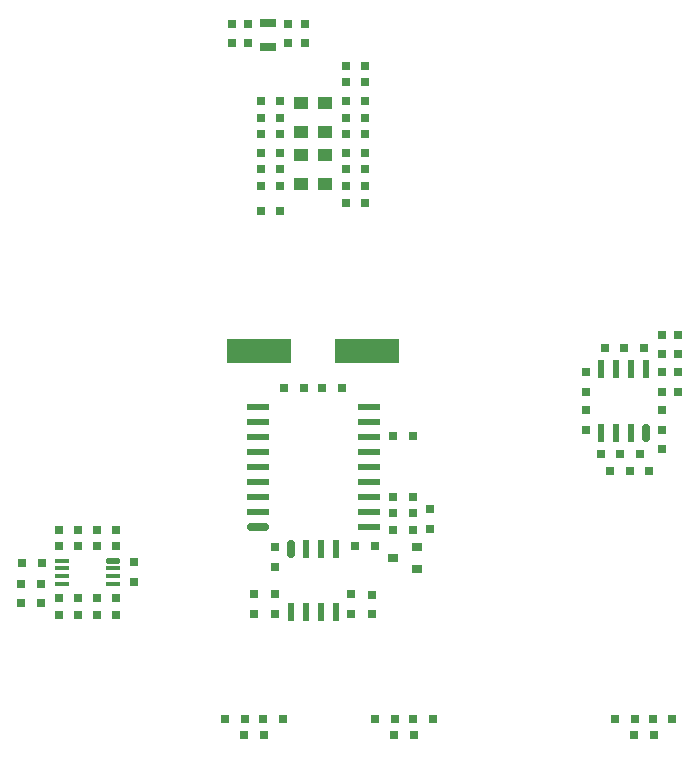
<source format=gbp>
G04*
G04 #@! TF.GenerationSoftware,Altium Limited,Altium Designer,22.1.2 (22)*
G04*
G04 Layer_Color=128*
%FSAX44Y44*%
%MOMM*%
G71*
G04*
G04 #@! TF.SameCoordinates,84EC4855-0AA3-41C5-BBCE-46EE62212C49*
G04*
G04*
G04 #@! TF.FilePolarity,Positive*
G04*
G01*
G75*
%ADD15R,0.8000X0.8000*%
%ADD16R,0.8000X0.8000*%
%ADD17R,0.9500X0.8000*%
%ADD31R,1.1500X0.4500*%
G04:AMPARAMS|DCode=32|XSize=1.15mm|YSize=0.45mm|CornerRadius=0.1125mm|HoleSize=0mm|Usage=FLASHONLY|Rotation=180.000|XOffset=0mm|YOffset=0mm|HoleType=Round|Shape=RoundedRectangle|*
%AMROUNDEDRECTD32*
21,1,1.1500,0.2250,0,0,180.0*
21,1,0.9250,0.4500,0,0,180.0*
1,1,0.2250,-0.4625,0.1125*
1,1,0.2250,0.4625,0.1125*
1,1,0.2250,0.4625,-0.1125*
1,1,0.2250,-0.4625,-0.1125*
%
%ADD32ROUNDEDRECTD32*%
%ADD33R,1.4000X0.8000*%
%ADD34R,0.6000X1.5500*%
G04:AMPARAMS|DCode=35|XSize=1.55mm|YSize=0.6mm|CornerRadius=0.15mm|HoleSize=0mm|Usage=FLASHONLY|Rotation=270.000|XOffset=0mm|YOffset=0mm|HoleType=Round|Shape=RoundedRectangle|*
%AMROUNDEDRECTD35*
21,1,1.5500,0.3000,0,0,270.0*
21,1,1.2500,0.6000,0,0,270.0*
1,1,0.3000,-0.1500,-0.6250*
1,1,0.3000,-0.1500,0.6250*
1,1,0.3000,0.1500,0.6250*
1,1,0.3000,0.1500,-0.6250*
%
%ADD35ROUNDEDRECTD35*%
%ADD36R,5.5000X2.0000*%
%ADD37R,1.9000X0.6000*%
G04:AMPARAMS|DCode=38|XSize=1.9mm|YSize=0.6mm|CornerRadius=0.15mm|HoleSize=0mm|Usage=FLASHONLY|Rotation=0.000|XOffset=0mm|YOffset=0mm|HoleType=Round|Shape=RoundedRectangle|*
%AMROUNDEDRECTD38*
21,1,1.9000,0.3000,0,0,0.0*
21,1,1.6000,0.6000,0,0,0.0*
1,1,0.3000,0.8000,-0.1500*
1,1,0.3000,-0.8000,-0.1500*
1,1,0.3000,-0.8000,0.1500*
1,1,0.3000,0.8000,0.1500*
%
%ADD38ROUNDEDRECTD38*%
%ADD39R,1.3000X1.0000*%
D15*
X00286750Y00219000D02*
D03*
X00303250D02*
D03*
X00555250Y00045000D02*
D03*
X00538750D02*
D03*
X00428250D02*
D03*
X00411750D02*
D03*
X00758250D02*
D03*
X00741750D02*
D03*
X00445750Y00339000D02*
D03*
X00462250Y00339000D02*
D03*
X00425750Y00489000D02*
D03*
X00442250D02*
D03*
X00254750Y00147000D02*
D03*
X00271250D02*
D03*
X00240250Y00191000D02*
D03*
X00223750D02*
D03*
X00303250Y00205000D02*
D03*
X00286750D02*
D03*
Y00161000D02*
D03*
X00303250D02*
D03*
X00303250Y00147000D02*
D03*
X00286750D02*
D03*
X00271250Y00161000D02*
D03*
X00254750D02*
D03*
X00254750Y00219000D02*
D03*
X00271250D02*
D03*
X00254750Y00205000D02*
D03*
X00271250D02*
D03*
X00571250Y00059000D02*
D03*
X00554750D02*
D03*
X00522750D02*
D03*
X00539250D02*
D03*
X00395750D02*
D03*
X00412250D02*
D03*
X00444250D02*
D03*
X00427750D02*
D03*
X00774250D02*
D03*
X00757750D02*
D03*
X00742250D02*
D03*
X00725750D02*
D03*
X00505750Y00205000D02*
D03*
X00522250D02*
D03*
X00537750Y00233000D02*
D03*
X00554250D02*
D03*
Y00247000D02*
D03*
X00537750Y00247000D02*
D03*
X00554250Y00219000D02*
D03*
X00537750D02*
D03*
X00537750Y00298000D02*
D03*
X00554250D02*
D03*
X00494250Y00339000D02*
D03*
X00477750D02*
D03*
X00716750Y00373000D02*
D03*
X00733250D02*
D03*
X00749750D02*
D03*
X00721750Y00269000D02*
D03*
X00738250D02*
D03*
X00754750D02*
D03*
X00713750Y00283000D02*
D03*
X00730250Y00283000D02*
D03*
X00746750Y00283000D02*
D03*
X00497750Y00612000D02*
D03*
X00514250D02*
D03*
X00514250Y00598000D02*
D03*
X00497750D02*
D03*
X00442250Y00510000D02*
D03*
X00425750D02*
D03*
X00497750Y00554000D02*
D03*
X00514250D02*
D03*
X00497750Y00568000D02*
D03*
X00514250D02*
D03*
X00442250Y00554000D02*
D03*
X00425750D02*
D03*
X00442250Y00538000D02*
D03*
X00425750D02*
D03*
Y00524000D02*
D03*
X00442250D02*
D03*
X00497750Y00524000D02*
D03*
X00514250D02*
D03*
Y00510000D02*
D03*
X00497750D02*
D03*
X00514250Y00538000D02*
D03*
X00497750D02*
D03*
X00425750Y00568000D02*
D03*
X00442250D02*
D03*
Y00582000D02*
D03*
X00425750D02*
D03*
X00497750D02*
D03*
X00514250D02*
D03*
Y00496000D02*
D03*
X00497750D02*
D03*
D16*
X00438000Y00187750D02*
D03*
Y00204250D02*
D03*
X00240000Y00173250D02*
D03*
Y00156750D02*
D03*
X00223000D02*
D03*
Y00173250D02*
D03*
X00318000Y00191250D02*
D03*
Y00174750D02*
D03*
X00569000Y00236250D02*
D03*
Y00219750D02*
D03*
X00701000Y00303750D02*
D03*
Y00320250D02*
D03*
Y00352250D02*
D03*
Y00335750D02*
D03*
X00779000Y00367750D02*
D03*
Y00384250D02*
D03*
X00765000Y00367750D02*
D03*
Y00384250D02*
D03*
X00779000Y00352250D02*
D03*
Y00335750D02*
D03*
X00765000Y00320250D02*
D03*
Y00303750D02*
D03*
Y00287250D02*
D03*
X00415000Y00647250D02*
D03*
Y00630750D02*
D03*
X00401000Y00647250D02*
D03*
Y00630750D02*
D03*
X00765000Y00335750D02*
D03*
Y00352250D02*
D03*
X00449000Y00647250D02*
D03*
Y00630750D02*
D03*
X00463000Y00647250D02*
D03*
X00463000Y00630750D02*
D03*
X00420000Y00164250D02*
D03*
Y00147750D02*
D03*
X00438000Y00147750D02*
D03*
Y00164250D02*
D03*
X00520000Y00164000D02*
D03*
Y00147500D02*
D03*
X00502000Y00147750D02*
D03*
X00502000Y00164250D02*
D03*
D17*
X00558000Y00204500D02*
D03*
X00538000Y00195000D02*
D03*
X00558000Y00185500D02*
D03*
D31*
X00257250Y00192750D02*
D03*
Y00186250D02*
D03*
Y00179750D02*
D03*
Y00173250D02*
D03*
X00300750D02*
D03*
Y00179750D02*
D03*
Y00186250D02*
D03*
D32*
Y00192750D02*
D03*
D33*
X00432000Y00628000D02*
D03*
Y00648000D02*
D03*
D34*
X00450950Y00149000D02*
D03*
X00463650D02*
D03*
X00476350D02*
D03*
X00489050D02*
D03*
X00463650Y00203000D02*
D03*
X00476350D02*
D03*
X00489050D02*
D03*
X00752050Y00355000D02*
D03*
X00739350Y00355000D02*
D03*
X00726650D02*
D03*
X00713950Y00355000D02*
D03*
X00739350Y00301000D02*
D03*
X00726650D02*
D03*
X00713950D02*
D03*
D35*
X00450950Y00203000D02*
D03*
X00752050Y00301000D02*
D03*
D36*
X00516000Y00370000D02*
D03*
X00424000D02*
D03*
D37*
X00517000Y00221200D02*
D03*
X00517000Y00233900D02*
D03*
X00517000Y00284700D02*
D03*
X00517000Y00272000D02*
D03*
X00517000Y00259300D02*
D03*
Y00246600D02*
D03*
Y00310100D02*
D03*
Y00297400D02*
D03*
Y00322800D02*
D03*
X00423000Y00233900D02*
D03*
Y00246600D02*
D03*
Y00259300D02*
D03*
X00423000Y00272000D02*
D03*
X00423000Y00284700D02*
D03*
Y00297400D02*
D03*
Y00310100D02*
D03*
Y00322800D02*
D03*
D38*
Y00221200D02*
D03*
D39*
X00480000Y00556000D02*
D03*
Y00580000D02*
D03*
X00460000Y00536000D02*
D03*
Y00512000D02*
D03*
X00480000Y00536000D02*
D03*
Y00512000D02*
D03*
X00460000Y00580000D02*
D03*
X00460000Y00556000D02*
D03*
M02*

</source>
